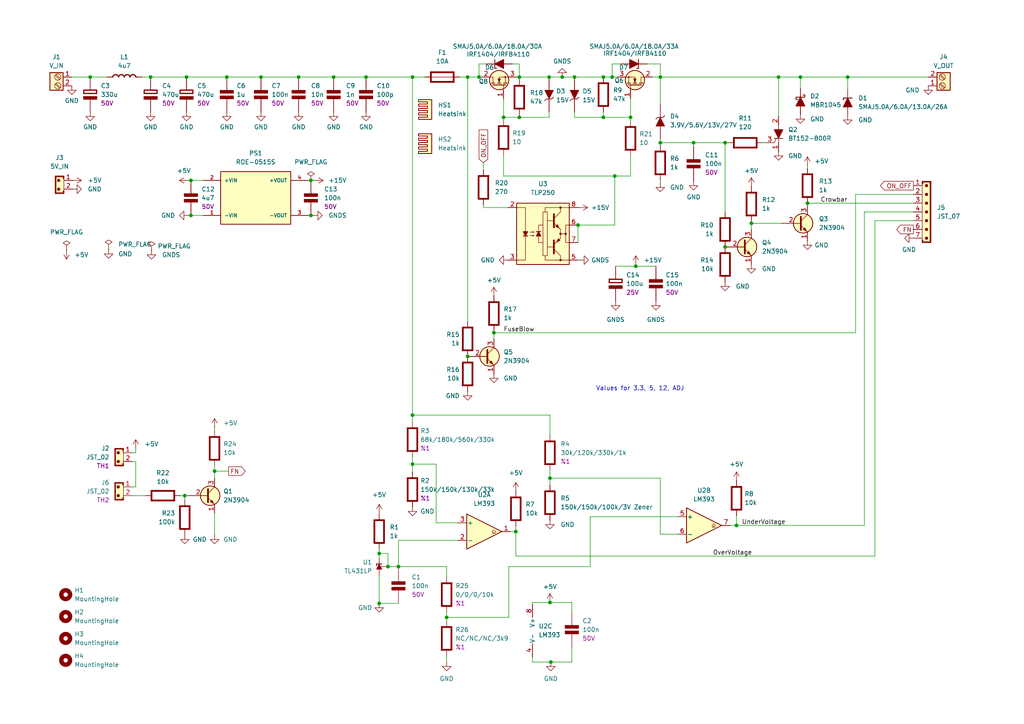
<source format=kicad_sch>
(kicad_sch (version 20250114) (generator "eeschema") (generator_version "9.0")
  (paper "A4")
  (title_block (title "Protection") (date "2025-08-24") (rev "1.0") (company "Golden Horn") (comment 1 "Aykut ÖZDEMİR"))
  (text "Values for 3.3, 5, 12, ADJ\n" (at 185.674 112.776 0) (effects (font (size 1.27 1.27))))
  (junction (at 159.512 138.684))
  (junction (at 55.372 52.324))
  (junction (at 178.308 51.054))
  (junction (at 26.162 22.352))
  (junction (at 177.546 22.352))
  (junction (at 217.932 64.77))
  (junction (at 191.516 22.352))
  (junction (at 54.102 22.352))
  (junction (at 53.594 143.764))
  (junction (at 112.522 164.338))
  (junction (at 149.606 154.178))
  (junction (at 75.692 22.352))
  (junction (at 175.006 22.352))
  (junction (at 225.806 22.352))
  (junction (at 159.766 192.024))
  (junction (at 146.05 34.036))
  (junction (at 129.54 179.07))
  (junction (at 234.188 58.928))
  (junction (at 184.404 77.216))
  (junction (at 115.57 164.338))
  (junction (at 166.624 22.352))
  (junction (at 96.774 22.352))
  (junction (at 62.23 136.652))
  (junction (at 135.636 103.378))
  (junction (at 109.982 160.528))
  (junction (at 182.88 34.036))
  (junction (at 119.634 134.62))
  (junction (at 143.256 96.52))
  (junction (at 159.258 22.352))
  (junction (at 90.17 62.484))
  (junction (at 109.982 175.006))
  (junction (at 167.64 65.278))
  (junction (at 119.634 120.396))
  (junction (at 65.786 22.352))
  (junction (at 245.872 22.352))
  (junction (at 150.622 34.036))
  (junction (at 191.516 41.402))
  (junction (at 90.17 52.324))
  (junction (at 55.372 62.484))
  (junction (at 159.512 174.752))
  (junction (at 135.636 22.352))
  (junction (at 43.688 22.352))
  (junction (at 106.172 22.352))
  (junction (at 175.006 34.036))
  (junction (at 163.068 22.352))
  (junction (at 201.168 41.402))
  (junction (at 210.312 41.402))
  (junction (at 210.312 71.628))
  (junction (at 213.614 152.4))
  (junction (at 138.938 22.352))
  (junction (at 150.622 22.352))
  (junction (at 86.614 22.352))
  (junction (at 119.634 22.352))
  (junction (at 232.156 22.352))
  (wire (pts (xy 154.432 190.5) (xy 154.432 192.024)))
  (wire (pts (xy 163.068 22.352) (xy 166.624 22.352)))
  (wire (pts (xy 150.622 18.542) (xy 150.622 22.352)))
  (wire (pts (xy 39.37 133.858) (xy 39.37 141.224)))
  (wire (pts (xy 167.64 75.438) (xy 168.148 75.438)))
  (wire (pts (xy 211.836 152.4) (xy 213.614 152.4)))
  (wire (pts (xy 178.562 77.216) (xy 184.404 77.216)))
  (wire (pts (xy 182.88 34.036) (xy 182.88 35.052)))
  (wire (pts (xy 129.54 190.246) (xy 129.54 192.024)))
  (wire (pts (xy 150.622 33.274) (xy 150.622 34.036)))
  (wire (pts (xy 154.432 174.752) (xy 159.512 174.752)))
  (wire (pts (xy 109.982 175.006) (xy 109.982 166.878)))
  (wire (pts (xy 62.23 155.194) (xy 62.23 148.844)))
  (wire (pts (xy 167.64 60.198) (xy 167.894 60.198)))
  (wire (pts (xy 165.862 174.752) (xy 165.862 177.546)))
  (wire (pts (xy 150.622 34.036) (xy 159.258 34.036)))
  (wire (pts (xy 159.258 32.512) (xy 159.258 34.036)))
  (wire (pts (xy 115.57 156.718) (xy 115.57 164.338)))
  (wire (pts (xy 146.05 28.702) (xy 146.05 34.036)))
  (wire (pts (xy 221.234 41.402) (xy 221.996 41.402)))
  (wire (pts (xy 213.614 152.4) (xy 250.698 152.4)))
  (wire (pts (xy 191.516 53.086) (xy 191.516 52.324)))
  (wire (pts (xy 115.57 164.338) (xy 129.54 164.338)))
  (wire (pts (xy 65.786 22.352) (xy 75.692 22.352)))
  (wire (pts (xy 159.512 138.684) (xy 159.512 140.716)))
  (wire (pts (xy 191.516 154.94) (xy 196.596 154.94)))
  (wire (pts (xy 31.496 72.39) (xy 31.496 72.136)))
  (wire (pts (xy 90.17 52.324) (xy 89.408 52.324)))
  (wire (pts (xy 178.308 51.054) (xy 146.05 51.054)))
  (wire (pts (xy 150.622 34.036) (xy 146.05 34.036)))
  (wire (pts (xy 201.168 41.402) (xy 210.312 41.402)))
  (wire (pts (xy 143.256 96.52) (xy 248.158 96.52)))
  (wire (pts (xy 191.516 138.684) (xy 191.516 154.94)))
  (wire (pts (xy 234.188 48.768) (xy 234.188 48.006)))
  (wire (pts (xy 166.624 34.036) (xy 175.006 34.036)))
  (wire (pts (xy 26.162 22.352) (xy 20.828 22.352)))
  (wire (pts (xy 26.162 22.352) (xy 30.988 22.352)))
  (wire (pts (xy 177.546 18.542) (xy 177.546 22.352)))
  (wire (pts (xy 62.23 136.652) (xy 66.294 136.652)))
  (wire (pts (xy 250.698 61.468) (xy 250.698 152.4)))
  (wire (pts (xy 143.256 96.012) (xy 143.256 96.52)))
  (wire (pts (xy 133.35 22.352) (xy 135.636 22.352)))
  (wire (pts (xy 189.23 22.352) (xy 191.516 22.352)))
  (wire (pts (xy 109.982 148.844) (xy 109.982 149.098)))
  (wire (pts (xy 232.156 25.654) (xy 232.156 22.352)))
  (wire (pts (xy 253.746 64.008) (xy 264.922 64.008)))
  (wire (pts (xy 132.842 156.718) (xy 115.57 156.718)))
  (wire (pts (xy 182.88 34.036) (xy 182.88 28.702)))
  (wire (pts (xy 178.308 65.278) (xy 178.308 51.054)))
  (wire (pts (xy 167.64 65.278) (xy 178.308 65.278)))
  (wire (pts (xy 135.636 22.352) (xy 135.636 93.218)))
  (wire (pts (xy 140.97 18.542) (xy 138.938 18.542)))
  (wire (pts (xy 53.594 143.764) (xy 52.324 143.764)))
  (wire (pts (xy 39.37 141.224) (xy 38.354 141.224)))
  (wire (pts (xy 159.766 192.024) (xy 154.432 192.024)))
  (wire (pts (xy 129.54 177.546) (xy 129.54 179.07)))
  (wire (pts (xy 159.512 126.238) (xy 159.512 120.396)))
  (wire (pts (xy 245.872 25.908) (xy 245.872 22.352)))
  (wire (pts (xy 119.634 120.396) (xy 159.512 120.396)))
  (wire (pts (xy 149.606 152.654) (xy 149.606 154.178)))
  (wire (pts (xy 182.88 45.212) (xy 182.88 51.054)))
  (wire (pts (xy 119.634 22.352) (xy 123.19 22.352)))
  (wire (pts (xy 213.614 149.606) (xy 213.614 152.4)))
  (wire (pts (xy 182.88 51.054) (xy 178.308 51.054)))
  (wire (pts (xy 191.516 22.352) (xy 191.516 30.226)))
  (wire (pts (xy 154.432 175.26) (xy 154.432 174.752)))
  (wire (pts (xy 109.982 160.528) (xy 109.982 161.798)))
  (wire (pts (xy 171.196 149.86) (xy 171.196 164.338)))
  (wire (pts (xy 75.692 22.352) (xy 86.614 22.352)))
  (wire (pts (xy 42.164 143.764) (xy 38.354 143.764)))
  (wire (pts (xy 232.156 22.352) (xy 245.872 22.352)))
  (wire (pts (xy 234.188 58.928) (xy 264.922 58.928)))
  (wire (pts (xy 119.634 132.588) (xy 119.634 134.62)))
  (wire (pts (xy 150.622 22.352) (xy 159.258 22.352)))
  (wire (pts (xy 167.64 65.278) (xy 167.64 70.358)))
  (wire (pts (xy 140.208 47.244) (xy 140.208 49.276)))
  (wire (pts (xy 143.256 96.52) (xy 143.256 98.298)))
  (wire (pts (xy 55.372 62.484) (xy 58.928 62.484)))
  (wire (pts (xy 165.862 187.706) (xy 165.862 192.024)))
  (wire (pts (xy 264.922 56.388) (xy 248.158 56.388)))
  (wire (pts (xy 39.37 131.318) (xy 38.354 131.318)))
  (wire (pts (xy 149.86 22.352) (xy 150.622 22.352)))
  (wire (pts (xy 90.17 62.484) (xy 89.408 62.484)))
  (wire (pts (xy 62.23 136.652) (xy 62.23 138.684)))
  (wire (pts (xy 248.158 56.388) (xy 248.158 96.52)))
  (wire (pts (xy 112.522 160.528) (xy 109.982 160.528)))
  (wire (pts (xy 210.312 41.402) (xy 211.074 41.402)))
  (wire (pts (xy 19.304 72.644) (xy 19.304 72.39)))
  (wire (pts (xy 165.862 192.024) (xy 159.766 192.024)))
  (wire (pts (xy 184.404 76.708) (xy 184.404 77.216)))
  (wire (pts (xy 148.59 18.542) (xy 150.622 18.542)))
  (wire (pts (xy 159.512 136.398) (xy 159.512 138.684)))
  (wire (pts (xy 132.842 151.638) (xy 126.492 151.638)))
  (wire (pts (xy 225.806 22.352) (xy 232.156 22.352)))
  (wire (pts (xy 217.932 64.262) (xy 217.932 64.77)))
  (wire (pts (xy 217.932 64.77) (xy 226.568 64.77)))
  (wire (pts (xy 39.37 130.048) (xy 39.37 131.318)))
  (wire (pts (xy 148.082 154.178) (xy 149.606 154.178)))
  (wire (pts (xy 146.05 51.054) (xy 146.05 44.958)))
  (wire (pts (xy 109.982 159.258) (xy 109.982 160.528)))
  (wire (pts (xy 138.938 18.542) (xy 138.938 22.352)))
  (wire (pts (xy 149.606 154.178) (xy 149.606 161.29)))
  (wire (pts (xy 191.516 41.402) (xy 191.516 42.164)))
  (wire (pts (xy 196.596 149.86) (xy 171.196 149.86)))
  (wire (pts (xy 166.624 22.352) (xy 175.006 22.352)))
  (wire (pts (xy 149.606 161.29) (xy 253.746 161.29)))
  (wire (pts (xy 253.746 64.008) (xy 253.746 161.29)))
  (wire (pts (xy 217.932 64.77) (xy 217.932 66.548)))
  (wire (pts (xy 191.516 41.402) (xy 191.516 40.386)))
  (wire (pts (xy 96.774 22.352) (xy 106.172 22.352)))
  (wire (pts (xy 126.492 151.638) (xy 126.492 134.62)))
  (wire (pts (xy 115.57 175.006) (xy 109.982 175.006)))
  (wire (pts (xy 180.086 18.542) (xy 177.546 18.542)))
  (wire (pts (xy 54.61 52.324) (xy 55.372 52.324)))
  (wire (pts (xy 147.574 164.338) (xy 171.196 164.338)))
  (wire (pts (xy 54.61 62.484) (xy 55.372 62.484)))
  (wire (pts (xy 210.312 41.402) (xy 210.312 61.468)))
  (wire (pts (xy 129.54 179.07) (xy 129.54 180.086)))
  (wire (pts (xy 138.938 22.352) (xy 139.7 22.352)))
  (wire (pts (xy 159.512 174.752) (xy 165.862 174.752)))
  (wire (pts (xy 54.102 22.352) (xy 65.786 22.352)))
  (wire (pts (xy 225.806 33.782) (xy 225.806 22.352)))
  (wire (pts (xy 159.258 22.352) (xy 163.068 22.352)))
  (wire (pts (xy 191.516 18.542) (xy 191.516 22.352)))
  (wire (pts (xy 234.188 58.928) (xy 234.188 59.69)))
  (wire (pts (xy 191.516 22.352) (xy 225.806 22.352)))
  (wire (pts (xy 175.006 22.352) (xy 177.546 22.352)))
  (wire (pts (xy 90.932 62.484) (xy 90.17 62.484)))
  (wire (pts (xy 91.186 52.324) (xy 90.17 52.324)))
  (wire (pts (xy 112.522 164.338) (xy 115.57 164.338)))
  (wire (pts (xy 119.634 134.62) (xy 119.634 136.906)))
  (wire (pts (xy 147.574 164.338) (xy 147.574 179.07)))
  (wire (pts (xy 119.634 120.396) (xy 119.634 122.428)))
  (wire (pts (xy 112.522 164.338) (xy 112.522 160.528)))
  (wire (pts (xy 147.574 179.07) (xy 129.54 179.07)))
  (wire (pts (xy 54.61 143.764) (xy 53.594 143.764)))
  (wire (pts (xy 166.624 32.512) (xy 166.624 34.036)))
  (wire (pts (xy 129.54 167.386) (xy 129.54 164.338)))
  (wire (pts (xy 55.372 52.324) (xy 58.928 52.324)))
  (wire (pts (xy 250.698 61.468) (xy 264.922 61.468)))
  (wire (pts (xy 106.172 22.352) (xy 119.634 22.352)))
  (wire (pts (xy 41.148 22.352) (xy 43.688 22.352)))
  (wire (pts (xy 119.634 22.352) (xy 119.634 120.396)))
  (wire (pts (xy 62.23 135.128) (xy 62.23 136.652)))
  (wire (pts (xy 187.706 18.542) (xy 191.516 18.542)))
  (wire (pts (xy 175.006 32.512) (xy 175.006 34.036)))
  (wire (pts (xy 201.168 41.402) (xy 201.168 42.418)))
  (wire (pts (xy 126.492 134.62) (xy 119.634 134.62)))
  (wire (pts (xy 191.516 41.402) (xy 201.168 41.402)))
  (wire (pts (xy 140.208 60.198) (xy 147.32 60.198)))
  (wire (pts (xy 140.208 60.198) (xy 140.208 59.436)))
  (wire (pts (xy 177.546 22.352) (xy 179.07 22.352)))
  (wire (pts (xy 53.594 143.764) (xy 53.594 145.034)))
  (wire (pts (xy 245.872 22.352) (xy 269.24 22.352)))
  (wire (pts (xy 62.23 123.952) (xy 62.23 124.968)))
  (wire (pts (xy 135.636 22.352) (xy 138.938 22.352)))
  (wire (pts (xy 184.404 77.216) (xy 190.246 77.216)))
  (wire (pts (xy 146.05 34.036) (xy 146.05 34.798)))
  (wire (pts (xy 150.622 22.352) (xy 150.622 23.114)))
  (wire (pts (xy 86.614 22.352) (xy 96.774 22.352)))
  (wire (pts (xy 43.688 22.352) (xy 54.102 22.352)))
  (wire (pts (xy 39.37 133.858) (xy 38.354 133.858)))
  (wire (pts (xy 115.57 164.846) (xy 115.57 164.338)))
  (wire (pts (xy 175.006 34.036) (xy 182.88 34.036)))
  (wire (pts (xy 159.512 138.684) (xy 191.516 138.684)))
  (label "FuseBlow" (at 146.05 96.52 0))
  (label "UnderVoltage" (at 215.138 152.4 0))
  (label "OverVoltage" (at 206.756 161.29 0))
  (label "Crowbar" (at 237.998 58.928 0))
  (global_label "ON_OFF" (shape output) (at 264.922 53.848 180) (property "Intersheetrefs" "${INTERSHEET_REFS}" (effects (hide yes))))
  (global_label "FN" (shape output) (at 264.922 66.548 180) (property "Intersheetrefs" "${INTERSHEET_REFS}" (effects (hide yes))))
  (global_label "FN" (shape output) (at 66.294 136.652 0) (property "Intersheetrefs" "${INTERSHEET_REFS}" (effects (hide yes))))
  (global_label "ON_OFF" (shape input) (at 140.208 47.244 90) (property "Intersheetrefs" "${INTERSHEET_REFS}" (effects (hide yes))))
  (symbol (lib_id "Reference_Voltage:TL431LP") (at 109.982 164.338 270) (mirror x) (unit 1)
    (property "Reference" "U1" (at 107.95 163.0679 90) (effects (justify right)))
    (property "Value" "TL431LP" (at 107.95 165.6079 90) (effects (justify right)))
    (property "Footprint" "Package_TO_SOT_THT:TO-92_Inline" (effects (hide yes)))
    (property "Datasheet" "http://www.ti.com/lit/ds/symlink/tl431.pdf" (effects (hide yes)))
    (property "Description" "Shunt Regulator, TO-92" (effects (hide yes)))
  )
  (symbol (lib_id "power:GNDS") (at 168.148 75.438 90) (unit 1)
    (property "Reference" "#PWR036" (effects (hide yes)))
    (property "Value" "GNDS" (at 171.45 75.4379 90) (effects (justify right)))
    (property "Description" "Power symbol creates a global label with name \"GNDS\" , signal ground" (effects (hide yes)))
  )
  (symbol (lib_id "power:GND") (at 135.636 113.538 0) (unit 1)
    (property "Reference" "#PWR033" (effects (hide yes)))
    (property "Value" "GND" (at 133.35 114.8079 0) (effects (justify right)))
    (property "Description" "Power symbol creates a global label with name \"GND\" , ground" (effects (hide yes)))
  )
  (symbol (lib_id "PCM_Elektuur:R") (at 213.614 144.526 0) (unit 1)
    (property "Reference" "R8" (at 215.9 143.2559 0) (effects (justify left)))
    (property "Value" "10k" (at 215.9 145.7959 0) (effects (justify left)))
    (property "Footprint" "Resistor_THT:R_Axial_DIN0207_L6.3mm_D2.5mm_P10.16mm_Horizontal" (effects (hide yes)))
    (property "Description" "resistor" (effects (hide yes)))
    (property "Indicator" "+" (effects (hide yes)))
    (property "Rating" "%1" (effects (hide yes)))
  )
  (symbol (lib_id "PCM_Transistor_BJT_AKL:2N3904") (at 59.69 143.764 0) (unit 1)
    (property "Reference" "Q1" (at 64.77 142.4939 0) (effects (justify left)))
    (property "Value" "2N3904" (at 64.77 145.0339 0) (effects (justify left)))
    (property "Footprint" "PCM_Package_TO_SOT_THT_AKL:TO-92_Inline_Wide_EBC" (effects (hide yes)))
    (property "Datasheet" "https://www.tme.eu/Document/12bff749841e3a356e683e9a8e7e4119/2N3904BU-DTE.pdf" (effects (hide yes)))
    (property "Description" "NPN TO-92 transistor, 40V, 200mA, 625mW, Complementary to 2N3906, Alternate KiCAD Library" (effects (hide yes)))
  )
  (symbol (lib_id "power:GND") (at 54.102 32.512 0) (unit 1)
    (property "Reference" "#PWR016" (effects (hide yes)))
    (property "Value" "GND" (at 54.102 36.83 0))
    (property "Description" "Power symbol creates a global label with name \"GND\" , ground" (effects (hide yes)))
  )
  (symbol (lib_id "power:+5V") (at 159.512 174.752 0) (unit 1)
    (property "Reference" "#PWR06" (effects (hide yes)))
    (property "Value" "+5V" (at 159.512 170.18 0))
    (property "Description" "Power symbol creates a global label with name \"+5V\"" (effects (hide yes)))
  )
  (symbol (lib_id "power:GND") (at 201.168 52.578 0) (unit 1)
    (property "Reference" "#PWR025" (effects (hide yes)))
    (property "Value" "GND" (at 201.168 57.15 0))
    (property "Description" "Power symbol creates a global label with name \"GND\" , ground" (effects (hide yes)))
  )
  (symbol (lib_id "power:GND") (at 65.786 32.512 0) (unit 1)
    (property "Reference" "#PWR017" (effects (hide yes)))
    (property "Value" "GND" (at 65.786 36.83 0))
    (property "Description" "Power symbol creates a global label with name \"GND\" , ground" (effects (hide yes)))
  )
  (symbol (lib_id "PCM_4ms_Power-symbol:PWR_FLAG") (at 19.304 72.39 0) (unit 1)
    (property "Reference" "#FLG01" (effects (hide yes)))
    (property "Value" "PWR_FLAG" (at 19.304 67.31 0))
  )
  (symbol (lib_id "Comparator:LM393") (at 204.216 152.4 0) (unit 2)
    (property "Reference" "U2" (at 204.216 142.24 0))
    (property "Value" "LM393" (at 204.216 144.78 0))
    (property "Footprint" "PCM_Package_DIP_AKL:DIP-8_W7.62mm_Socket" (effects (hide yes)))
    (property "Datasheet" "http://www.ti.com/lit/ds/symlink/lm393.pdf" (effects (hide yes)))
    (property "Description" "Low-Power, Low-Offset Voltage, Dual Comparators, DIP-8/SOIC-8/TO-99-8" (effects (hide yes)))
  )
  (symbol (lib_id "power:GND") (at 62.23 155.194 0) (unit 1)
    (property "Reference" "#PWR050" (effects (hide yes)))
    (property "Value" "GND" (at 64.77 156.4639 0) (effects (justify left)))
    (property "Description" "Power symbol creates a global label with name \"GND\" , ground" (effects (hide yes)))
  )
  (symbol (lib_id "power:GNDS") (at 90.932 62.484 90) (unit 1)
    (property "Reference" "#PWR042" (effects (hide yes)))
    (property "Value" "GNDS" (at 95.25 62.4839 90) (effects (justify right)))
    (property "Description" "Power symbol creates a global label with name \"GNDS\" , signal ground" (effects (hide yes)))
  )
  (symbol (lib_id "PCM_SL_Connectors:JST_02") (at 34.544 132.588 0) (mirror y) (unit 1)
    (property "Reference" "J2" (at 31.75 130.0479 0) (effects (justify left)))
    (property "Value" "JST_02" (at 31.75 132.5879 0) (effects (justify left)))
    (property "Footprint" "Connector_JST:JST_EH_B2B-EH-A_1x02_P2.50mm_Vertical" (effects (hide yes)))
    (property "Description" "TH1" (at 31.75 135.1279 0) (effects (justify left)))
  )
  (symbol (lib_id "ROE-0515S:ROE-0515S") (at 74.168 57.404 0) (unit 1)
    (property "Reference" "PS1" (at 74.168 44.45 0))
    (property "Value" "ROE-0515S" (at 74.168 46.99 0))
    (property "Footprint" "Isolation_Trafo:CONV_ROE-0515S" (effects (hide yes)))
    (property "MF" "Recom Power" (effects (hide yes)))
    (property "MAXIMUM_PACKAGE_HEIGHT" "10.00mm" (effects (hide yes)))
    (property "Package" "SIP-4 Recom Power" (effects (hide yes)))
    (property "Price" "None" (effects (hide yes)))
    (property "Check_prices" "https://www.snapeda.com/parts/ROE-0515S/Recom+Power/view-part/?ref=eda" (effects (hide yes)))
    (property "STANDARD" "Manufacturer Recommendations" (effects (hide yes)))
    (property "PARTREV" "5" (effects (hide yes)))
    (property "SnapEDA_Link" "https://www.snapeda.com/parts/ROE-0515S/Recom+Power/view-part/?ref=snap" (effects (hide yes)))
    (property "MP" "ROE-0515S" (effects (hide yes)))
    (property "Description_1" "1W DC/DC-Converter 'ECONOLINE' SIP4 1kV unreg" (effects (hide yes)))
    (property "Availability" "In Stock" (effects (hide yes)))
    (property "MANUFACTURER" "RECOM" (effects (hide yes)))
  )
  (symbol (lib_id "PCM_Elektuur:R") (at 129.54 185.166 0) (unit 1)
    (property "Reference" "R26" (at 132.08 182.6259 0) (effects (justify left)))
    (property "Value" "NC/NC/NC/3k9" (at 132.08 185.1659 0) (effects (justify left)))
    (property "Footprint" "Resistor_THT:R_Axial_DIN0207_L6.3mm_D2.5mm_P10.16mm_Horizontal" (effects (hide yes)))
    (property "Description" "resistor" (effects (hide yes)))
    (property "Indicator" "+" (effects (hide yes)))
    (property "Rating" "%1" (at 132.08 187.7059 0) (effects (justify left)))
  )
  (symbol (lib_id "power:GND") (at 191.516 53.086 0) (unit 1)
    (property "Reference" "#PWR024" (effects (hide yes)))
    (property "Value" "GND" (at 194.31 54.3559 0) (effects (justify left)))
    (property "Description" "Power symbol creates a global label with name \"GND\" , ground" (effects (hide yes)))
  )
  (symbol (lib_id "power:GND") (at 245.872 33.528 0) (unit 1)
    (property "Reference" "#PWR022" (effects (hide yes)))
    (property "Value" "GND" (at 248.92 34.7979 0) (effects (justify left)))
    (property "Description" "Power symbol creates a global label with name \"GND\" , ground" (effects (hide yes)))
  )
  (symbol (lib_id "power:GND") (at 53.594 155.194 0) (unit 1)
    (property "Reference" "#PWR049" (effects (hide yes)))
    (property "Value" "GND" (at 55.88 156.4639 0) (effects (justify left)))
    (property "Description" "Power symbol creates a global label with name \"GND\" , ground" (effects (hide yes)))
  )
  (symbol (lib_id "PCM_Elektuur:C") (at 90.17 57.404 0) (unit 1)
    (property "Reference" "C13" (at 93.98 54.8639 0) (effects (justify left)))
    (property "Value" "100n" (at 93.98 57.4039 0) (effects (justify left)))
    (property "Footprint" "Capacitor_THT:C_Disc_D5.0mm_W2.5mm_P5.00mm" (effects (hide yes)))
    (property "Description" "capacitor, non-polarized/bipolar" (effects (hide yes)))
    (property "Indicator" "+" (effects (hide yes)))
    (property "Rating" "50V" (at 93.98 59.9439 0) (effects (justify left)))
  )
  (symbol (lib_id "Mechanical:Heatsink") (at 125.222 41.656 90) (unit 1)
    (property "Reference" "HS2" (at 127 40.3986 90) (effects (justify right)))
    (property "Value" "Heatsink" (at 127 42.9386 90) (effects (justify right)))
    (property "Footprint" "Power_Module_Library:TO-220_Heatsink" (effects (hide yes)))
    (property "Description" "Heatsink" (effects (hide yes)))
  )
  (symbol (lib_id "Mechanical:MountingHole") (at 19.05 191.516 0) (unit 1) (in_bom no)
    (property "Reference" "H4" (at 21.59 190.2459 0) (effects (justify left)))
    (property "Value" "MountingHole" (at 21.59 192.7859 0) (effects (justify left)))
    (property "Footprint" "MountingHole:MountingHole_3.2mm_M3_DIN965" (effects (hide yes)))
    (property "Description" "Mounting Hole without connection" (effects (hide yes)))
  )
  (symbol (lib_id "power:GND") (at 264.922 69.088 270) (unit 1)
    (property "Reference" "#PWR032" (effects (hide yes)))
    (property "Value" "GND" (at 263.652 72.39 90))
    (property "Description" "Power symbol creates a global label with name \"GND\" , ground" (effects (hide yes)))
  )
  (symbol (lib_id "PCM_Elektuur:R") (at 119.634 127.508 0) (unit 1)
    (property "Reference" "R3" (at 121.92 124.9679 0) (effects (justify left)))
    (property "Value" "68k/180k/560k/330k" (at 121.92 127.5079 0) (effects (justify left)))
    (property "Footprint" "Resistor_THT:R_Axial_DIN0207_L6.3mm_D2.5mm_P10.16mm_Horizontal" (effects (hide yes)))
    (property "Description" "resistor" (effects (hide yes)))
    (property "Indicator" "+" (effects (hide yes)))
    (property "Rating" "%1" (at 121.92 130.0479 0) (effects (justify left)))
  )
  (symbol (lib_id "Mechanical:MountingHole") (at 19.05 172.466 0) (unit 1) (in_bom no)
    (property "Reference" "H1" (at 21.59 171.1959 0) (effects (justify left)))
    (property "Value" "MountingHole" (at 21.59 173.7359 0) (effects (justify left)))
    (property "Footprint" "MountingHole:MountingHole_3.2mm_M3_DIN965" (effects (hide yes)))
    (property "Description" "Mounting Hole without connection" (effects (hide yes)))
  )
  (symbol (lib_id "PCM_Elektuur:R") (at 210.312 76.708 0) (unit 1)
    (property "Reference" "R14" (at 207.01 75.4379 0) (effects (justify right)))
    (property "Value" "10k" (at 207.01 77.9779 0) (effects (justify right)))
    (property "Footprint" "Resistor_THT:R_Axial_DIN0207_L6.3mm_D2.5mm_P10.16mm_Horizontal" (effects (hide yes)))
    (property "Description" "resistor" (effects (hide yes)))
    (property "Indicator" "+" (effects (hide yes)))
  )
  (symbol (lib_id "PCM_Elektuur:R") (at 234.188 53.848 0) (unit 1)
    (property "Reference" "R13" (at 237.49 52.5779 0) (effects (justify left)))
    (property "Value" "1k" (at 237.49 55.1179 0) (effects (justify left)))
    (property "Footprint" "Resistor_THT:R_Axial_DIN0207_L6.3mm_D2.5mm_P10.16mm_Horizontal" (effects (hide yes)))
    (property "Description" "resistor" (effects (hide yes)))
    (property "Indicator" "+" (effects (hide yes)))
  )
  (symbol (lib_id "power:GND") (at 217.932 76.708 0) (unit 1)
    (property "Reference" "#PWR029" (effects (hide yes)))
    (property "Value" "GND" (at 220.98 77.9779 0) (effects (justify left)))
    (property "Description" "Power symbol creates a global label with name \"GND\" , ground" (effects (hide yes)))
  )
  (symbol (lib_id "PCM_Elektuur:R") (at 150.622 28.194 0) (unit 1)
    (property "Reference" "R18" (at 153.67 26.9239 0) (effects (justify left)))
    (property "Value" "47k" (at 153.67 29.4639 0) (effects (justify left)))
    (property "Footprint" "Resistor_THT:R_Axial_DIN0207_L6.3mm_D2.5mm_P10.16mm_Horizontal" (effects (hide yes)))
    (property "Description" "resistor" (effects (hide yes)))
    (property "Indicator" "+" (effects (hide yes)))
  )
  (symbol (lib_id "PCM_Elektuur:C") (at 55.372 57.404 0) (unit 1)
    (property "Reference" "C12" (at 58.42 54.8639 0) (effects (justify left)))
    (property "Value" "4u7" (at 58.42 57.4039 0) (effects (justify left)))
    (property "Footprint" "Capacitor_SMD:C_1206_3216Metric_Pad1.33x1.80mm_HandSolder" (effects (hide yes)))
    (property "Description" "capacitor, non-polarized/bipolar" (effects (hide yes)))
    (property "Indicator" "+" (effects (hide yes)))
    (property "Rating" "50V" (at 58.42 59.9439 0) (effects (justify left)))
  )
  (symbol (lib_id "PCM_Diode_TVS_AKL:SMAJ5.0A") (at 183.896 18.542 0) (mirror x) (unit 1)
    (property "Reference" "D7" (at 180.848 19.558 0))
    (property "Value" "SMAJ5.0A/6.0A/18.0A/33A" (at 183.896 13.462 0))
    (property "Footprint" "PCM_Diode_SMD_AKL:D_SMA" (effects (hide yes)))
    (property "Datasheet" "https://www.tme.eu/Document/dbc72d81c249fe51b6ab42300e8e06d0/SMAJ_ser.pdf" (effects (hide yes)))
    (property "Description" "SMA Unidirectional TVS diode, 5V, 400W, Alternate KiCAD Library" (effects (hide yes)))
  )
  (symbol (lib_id "PCM_Elektuur:C") (at 65.786 27.432 0) (unit 1)
    (property "Reference" "C6" (at 68.58 24.8919 0) (effects (justify left)))
    (property "Value" "1u" (at 68.58 27.4319 0) (effects (justify left)))
    (property "Footprint" "Capacitor_THT:C_Disc_D5.0mm_W2.5mm_P5.00mm" (effects (hide yes)))
    (property "Description" "capacitor, non-polarized/bipolar" (effects (hide yes)))
    (property "Indicator" "+" (effects (hide yes)))
    (property "Rating" "50V" (at 68.58 29.9719 0) (effects (justify left)))
  )
  (symbol (lib_id "PCM_SL_Connectors:JST_02") (at 17.272 53.594 0) (mirror y) (unit 1)
    (property "Reference" "J3" (at 17.272 45.72 0))
    (property "Value" "5V_IN" (at 17.272 48.26 0))
    (property "Footprint" "Connector_JST:JST_XH_B2B-XH-A_1x02_P2.50mm_Vertical" (effects (hide yes)))
    (property "Description" "JST Connector  2 pins" (effects (hide yes)))
  )
  (symbol (lib_id "PCM_Elektuur:R") (at 182.88 40.132 0) (unit 1)
    (property "Reference" "R21" (at 185.42 38.8619 0) (effects (justify left)))
    (property "Value" "10" (at 185.42 41.4019 0) (effects (justify left)))
    (property "Footprint" "Resistor_THT:R_Axial_DIN0207_L6.3mm_D2.5mm_P10.16mm_Horizontal" (effects (hide yes)))
    (property "Description" "resistor" (effects (hide yes)))
    (property "Indicator" "+" (effects (hide yes)))
  )
  (symbol (lib_id "PCM_Elektuur:R") (at 159.512 145.796 0) (unit 1)
    (property "Reference" "R5" (at 162.56 144.5259 0) (effects (justify left)))
    (property "Value" "150k/150k/100k/3V Zener" (at 162.56 147.0659 0) (effects (justify left)))
    (property "Footprint" "Resistor_THT:R_Axial_DIN0207_L6.3mm_D2.5mm_P10.16mm_Horizontal" (effects (hide yes)))
    (property "Description" "resistor" (effects (hide yes)))
    (property "Indicator" "+" (effects (hide yes)))
    (property "Rating" "%1" (effects (hide yes)))
  )
  (symbol (lib_id "power:+5V") (at 149.606 142.494 0) (unit 1)
    (property "Reference" "#PWR011" (effects (hide yes)))
    (property "Value" "+5V" (at 149.606 137.16 0))
    (property "Description" "Power symbol creates a global label with name \"+5V\"" (effects (hide yes)))
  )
  (symbol (lib_id "power:GND") (at 232.156 33.274 0) (unit 1)
    (property "Reference" "#PWR023" (effects (hide yes)))
    (property "Value" "GND" (at 234.95 34.5439 0) (effects (justify left)))
    (property "Description" "Power symbol creates a global label with name \"GND\" , ground" (effects (hide yes)))
  )
  (symbol (lib_id "PCM_Elektuur:R") (at 140.208 54.356 180) (unit 1)
    (property "Reference" "R20" (at 143.51 53.0859 0) (effects (justify right)))
    (property "Value" "270" (at 143.51 55.6259 0) (effects (justify right)))
    (property "Footprint" "Resistor_THT:R_Axial_DIN0207_L6.3mm_D2.5mm_P10.16mm_Horizontal" (effects (hide yes)))
    (property "Description" "resistor" (effects (hide yes)))
    (property "Indicator" "+" (effects (hide yes)))
  )
  (symbol (lib_id "Mechanical:Heatsink") (at 125.222 31.75 90) (unit 1)
    (property "Reference" "HS1" (at 127 30.4926 90) (effects (justify right)))
    (property "Value" "Heatsink" (at 127 33.0326 90) (effects (justify right)))
    (property "Footprint" "Power_Module_Library:TO-220_Heatsink" (effects (hide yes)))
    (property "Description" "Heatsink" (effects (hide yes)))
  )
  (symbol (lib_id "PCM_Elektuur:R") (at 191.516 47.244 0) (unit 1)
    (property "Reference" "R6" (at 194.31 45.9739 0) (effects (justify left)))
    (property "Value" "1k" (at 194.31 48.5139 0) (effects (justify left)))
    (property "Footprint" "Resistor_THT:R_Axial_DIN0207_L6.3mm_D2.5mm_P10.16mm_Horizontal" (effects (hide yes)))
    (property "Description" "resistor" (effects (hide yes)))
    (property "Indicator" "+" (effects (hide yes)))
  )
  (symbol (lib_id "power:GND") (at 234.188 69.85 0) (unit 1)
    (property "Reference" "#PWR030" (effects (hide yes)))
    (property "Value" "GND" (at 236.22 71.1199 0) (effects (justify left)))
    (property "Description" "Power symbol creates a global label with name \"GND\" , ground" (effects (hide yes)))
  )
  (symbol (lib_id "PCM_Diode_TVS_AKL:SMAJ5.0A") (at 245.872 29.718 90) (unit 1)
    (property "Reference" "D1" (at 248.92 28.4479 90) (effects (justify right)))
    (property "Value" "SMAJ5.0A/6.0A/13.0A/26A" (at 248.92 30.9879 90) (effects (justify right)))
    (property "Footprint" "PCM_Diode_SMD_AKL:D_SMA" (effects (hide yes)))
    (property "Datasheet" "https://www.tme.eu/Document/dbc72d81c249fe51b6ab42300e8e06d0/SMAJ_ser.pdf" (effects (hide yes)))
    (property "Description" "SMA Unidirectional TVS diode, 5V, 400W, Alternate KiCAD Library" (effects (hide yes)))
  )
  (symbol (lib_id "Mechanical:MountingHole") (at 19.05 178.816 0) (unit 1) (in_bom no)
    (property "Reference" "H2" (at 21.59 177.5459 0) (effects (justify left)))
    (property "Value" "MountingHole" (at 21.59 180.0859 0) (effects (justify left)))
    (property "Footprint" "MountingHole:MountingHole_3.2mm_M3_DIN965" (effects (hide yes)))
    (property "Description" "Mounting Hole without connection" (effects (hide yes)))
  )
  (symbol (lib_id "PCM_SL_Screw_Terminal:Screw_Terminal_2_P5.00mm") (at 17.018 23.622 0) (mirror y) (unit 1)
    (property "Reference" "J1" (at 16.383 16.51 0))
    (property "Value" "V_IN" (at 16.383 19.05 0))
    (property "Footprint" "TerminalBlock_Phoenix:TerminalBlock_Phoenix_PT-1,5-2-5.0-H_1x02_P5.00mm_Horizontal" (effects (hide yes)))
  )
  (symbol (lib_id "power:+5V") (at 109.982 148.844 0) (unit 1)
    (property "Reference" "#PWR02" (effects (hide yes)))
    (property "Value" "+5V" (at 109.982 143.51 0))
    (property "Description" "Power symbol creates a global label with name \"+5V\"" (effects (hide yes)))
  )
  (symbol (lib_id "PCM_Elektuur:C") (at 86.614 27.432 0) (unit 1)
    (property "Reference" "C8" (at 90.17 24.8919 0) (effects (justify left)))
    (property "Value" "10n" (at 90.17 27.4319 0) (effects (justify left)))
    (property "Footprint" "Capacitor_THT:C_Disc_D5.0mm_W2.5mm_P5.00mm" (effects (hide yes)))
    (property "Description" "capacitor, non-polarized/bipolar" (effects (hide yes)))
    (property "Indicator" "+" (effects (hide yes)))
    (property "Rating" "50V" (at 90.17 29.9719 0) (effects (justify left)))
  )
  (symbol (lib_id "power:GND") (at 31.496 72.39 0) (unit 1)
    (property "Reference" "#PWR038" (effects (hide yes)))
    (property "Value" "GND" (at 34.29 73.6599 0) (effects (justify left)))
    (property "Description" "Power symbol creates a global label with name \"GND\" , ground" (effects (hide yes)))
  )
  (symbol (lib_id "power:GND") (at 159.766 192.024 0) (unit 1)
    (property "Reference" "#PWR05" (effects (hide yes)))
    (property "Value" "GND" (at 159.766 196.85 0))
    (property "Description" "Power symbol creates a global label with name \"GND\" , ground" (effects (hide yes)))
  )
  (symbol (lib_id "tinkerforge:ZENER") (at 191.516 35.306 270) (unit 1)
    (property "Reference" "D4" (at 194.31 33.7311 90) (effects (justify left)))
    (property "Value" "3.9V/5.6V/13V/27V" (at 194.31 36.2711 90) (effects (justify left)))
    (property "Footprint" "Diode_THT:D_DO-41_SOD81_P10.16mm_Horizontal" (effects (hide yes)))
    (property "Description" "Diode zener" (effects (hide yes)))
  )
  (symbol (lib_id "power:GND") (at 210.312 81.788 0) (unit 1)
    (property "Reference" "#PWR027" (effects (hide yes)))
    (property "Value" "GND" (at 213.36 83.0579 0) (effects (justify left)))
    (property "Description" "Power symbol creates a global label with name \"GND\" , ground" (effects (hide yes)))
  )
  (symbol (lib_id "power:+5V") (at 217.932 54.102 0) (unit 1)
    (property "Reference" "#PWR028" (effects (hide yes)))
    (property "Value" "+5V" (at 217.932 49.53 0))
    (property "Description" "Power symbol creates a global label with name \"+5V\"" (effects (hide yes)))
  )
  (symbol (lib_id "PCM_Elektuur:C-polar") (at 178.562 82.296 0) (unit 1)
    (property "Reference" "C14" (at 181.61 79.7559 0) (effects (justify left)))
    (property "Value" "100u" (at 181.61 82.2959 0) (effects (justify left)))
    (property "Footprint" "Capacitor_THT:CP_Radial_D5.0mm_P2.50mm" (effects (hide yes)))
    (property "Description" "capacitor, polar(ized)" (effects (hide yes)))
    (property "Indicator" "+" (effects (hide yes)))
    (property "Rating" "25V" (at 181.61 84.8359 0) (effects (justify left)))
  )
  (symbol (lib_id "PCM_Elektuur:C-polar") (at 43.688 27.432 0) (unit 1)
    (property "Reference" "C4" (at 46.99 24.8919 0) (effects (justify left)))
    (property "Value" "470u" (at 46.99 27.4319 0) (effects (justify left)))
    (property "Footprint" "Capacitor_THT:C_Radial_D10.0mm_H20.0mm_P5.00mm" (effects (hide yes)))
    (property "Description" "capacitor, polar(ized)" (effects (hide yes)))
    (property "Indicator" "+" (effects (hide yes)))
    (property "Rating" "50V" (at 46.99 29.9719 0) (effects (justify left)))
  )
  (symbol (lib_id "PCM_Transistor_BJT_AKL:2N3904") (at 231.648 64.77 0) (unit 1)
    (property "Reference" "Q3" (at 237.49 63.4999 0) (effects (justify left)))
    (property "Value" "2N3904" (at 237.49 66.0399 0) (effects (justify left)))
    (property "Footprint" "PCM_Package_TO_SOT_THT_AKL:TO-92_Inline_Wide_EBC" (effects (hide yes)))
    (property "Datasheet" "https://www.tme.eu/Document/12bff749841e3a356e683e9a8e7e4119/2N3904BU-DTE.pdf" (effects (hide yes)))
    (property "Description" "NPN TO-92 transistor, 40V, 200mA, 625mW, Complementary to 2N3906, Alternate KiCAD Library" (effects (hide yes)))
  )
  (symbol (lib_id "PCM_Thyristor_AKL:BT152-800R") (at 225.806 38.862 270) (unit 1)
    (property "Reference" "Q2" (at 228.6 37.5919 90) (effects (justify left)))
    (property "Value" "BT152-800R" (at 228.6 40.1319 90) (effects (justify left)))
    (property "Footprint" "PCM_Package_TO_SOT_THT_AKL:TO-220-3_Vertical_KAG" (effects (hide yes)))
    (property "Datasheet" "https://www.tme.eu/Document/b322df5c2adc23b72db3fe44c282b173/BT152-xxxR.pdf" (effects (hide yes)))
    (property "Description" "TO-220 Thyristor, Silicon controlled rectifier, 800V, 20A, Alternate KiCAD Library" (effects (hide yes)))
  )
  (symbol (lib_id "PCM_Elektuur:C") (at 201.168 47.498 0) (unit 1)
    (property "Reference" "C11" (at 204.47 44.9579 0) (effects (justify left)))
    (property "Value" "100n" (at 204.47 47.4979 0) (effects (justify left)))
    (property "Footprint" "Capacitor_THT:C_Disc_D5.0mm_W2.5mm_P5.00mm" (effects (hide yes)))
    (property "Description" "capacitor, non-polarized/bipolar" (effects (hide yes)))
    (property "Indicator" "+" (effects (hide yes)))
    (property "Rating" "50V" (at 204.47 50.0379 0) (effects (justify left)))
  )
  (symbol (lib_id "power:GND") (at 225.806 43.942 0) (unit 1)
    (property "Reference" "#PWR026" (effects (hide yes)))
    (property "Value" "GND" (at 228.6 45.2119 0) (effects (justify left)))
    (property "Description" "Power symbol creates a global label with name \"GND\" , ground" (effects (hide yes)))
  )
  (symbol (lib_id "PCM_Transistor_MOSFET_AKL:IRF1404") (at 184.15 24.892 270) (mirror x) (unit 1)
    (property "Reference" "Q6" (at 179.578 23.368 90))
    (property "Value" "IRF1404/IRFB4110" (at 184.15 15.494 90))
    (property "Footprint" "PCM_Package_TO_SOT_THT_AKL:TO-220-3_Vertical_GDS" (effects (hide yes)))
    (property "Datasheet" "https://www.tme.eu/Document/f47081c2fd8505f1b8af5060ab523f2c/irf1404.pdf" (effects (hide yes)))
    (property "Description" "TO-220 N-MOSFET enchancement mode transistor, 40V, 202A, 333W, Alternate KiCAD Library" (effects (hide yes)))
  )
  (symbol (lib_id "PCM_Elektuur:R") (at 159.512 131.318 0) (unit 1)
    (property "Reference" "R4" (at 162.56 128.7779 0) (effects (justify left)))
    (property "Value" "30k/120k/330k/1k" (at 162.56 131.3179 0) (effects (justify left)))
    (property "Footprint" "Resistor_THT:R_Axial_DIN0207_L6.3mm_D2.5mm_P10.16mm_Horizontal" (effects (hide yes)))
    (property "Description" "resistor" (effects (hide yes)))
    (property "Indicator" "+" (effects (hide yes)))
    (property "Rating" "%1" (at 162.56 133.8579 0) (effects (justify left)))
  )
  (symbol (lib_id "PCM_Elektuur:C-polar") (at 54.102 27.432 0) (unit 1)
    (property "Reference" "C5" (at 57.15 24.8919 0) (effects (justify left)))
    (property "Value" "470u" (at 57.15 27.4319 0) (effects (justify left)))
    (property "Footprint" "Capacitor_THT:C_Radial_D10.0mm_H20.0mm_P5.00mm" (effects (hide yes)))
    (property "Description" "capacitor, polar(ized)" (effects (hide yes)))
    (property "Indicator" "+" (effects (hide yes)))
    (property "Rating" "50V" (at 57.15 29.9719 0) (effects (justify left)))
  )
  (symbol (lib_id "PCM_Elektuur:C") (at 96.774 27.432 0) (unit 1)
    (property "Reference" "C9" (at 100.33 24.8919 0) (effects (justify left)))
    (property "Value" "1n" (at 100.33 27.4319 0) (effects (justify left)))
    (property "Footprint" "Capacitor_THT:C_Disc_D5.0mm_W2.5mm_P5.00mm" (effects (hide yes)))
    (property "Description" "capacitor, non-polarized/bipolar" (effects (hide yes)))
    (property "Indicator" "+" (effects (hide yes)))
    (property "Rating" "50V" (at 100.33 29.9719 0) (effects (justify left)))
  )
  (symbol (lib_id "PCM_Elektuur:R") (at 53.594 150.114 180) (unit 1)
    (property "Reference" "R23" (at 50.8 148.8439 0) (effects (justify left)))
    (property "Value" "100k" (at 50.8 151.3839 0) (effects (justify left)))
    (property "Footprint" "Resistor_THT:R_Axial_DIN0207_L6.3mm_D2.5mm_P10.16mm_Horizontal" (effects (hide yes)))
    (property "Description" "resistor" (effects (hide yes)))
    (property "Indicator" "+" (effects (hide yes)))
  )
  (symbol (lib_id "PCM_4ms_Power-symbol:PWR_FLAG") (at 90.17 52.324 0) (unit 1)
    (property "Reference" "#FLG03" (effects (hide yes)))
    (property "Value" "PWR_FLAG" (at 90.17 46.99 0))
  )
  (symbol (lib_id "power:+5V") (at 213.614 139.446 0) (unit 1)
    (property "Reference" "#PWR012" (effects (hide yes)))
    (property "Value" "+5V" (at 213.614 134.62 0))
    (property "Description" "Power symbol creates a global label with name \"+5V\"" (effects (hide yes)))
  )
  (symbol (lib_id "power:+5V") (at 39.37 130.048 0) (unit 1)
    (property "Reference" "#PWR048" (effects (hide yes)))
    (property "Value" "+5V" (at 41.91 128.7779 0) (effects (justify left)))
    (property "Description" "Power symbol creates a global label with name \"+5V\"" (effects (hide yes)))
  )
  (symbol (lib_id "power:GND") (at 269.24 24.892 0) (unit 1)
    (property "Reference" "#PWR014" (effects (hide yes)))
    (property "Value" "GND" (at 266.7 26.1619 0) (effects (justify right)))
    (property "Description" "Power symbol creates a global label with name \"GND\" , ground" (effects (hide yes)))
  )
  (symbol (lib_id "PCM_Diode_TVS_AKL:SMAJ5.0A") (at 144.78 18.542 180) (unit 1)
    (property "Reference" "D6" (at 141.986 19.558 0))
    (property "Value" "SMAJ5.0A/6.0A/18.0A/30A" (at 144.272 13.462 0))
    (property "Footprint" "PCM_Diode_SMD_AKL:D_SMA" (effects (hide yes)))
    (property "Datasheet" "https://www.tme.eu/Document/dbc72d81c249fe51b6ab42300e8e06d0/SMAJ_ser.pdf" (effects (hide yes)))
    (property "Description" "SMA Unidirectional TVS diode, 5V, 400W, Alternate KiCAD Library" (effects (hide yes)))
  )
  (symbol (lib_id "PCM_Elektuur:L") (at 36.068 22.352 90) (unit 1)
    (property "Reference" "L1" (at 36.068 16.51 90))
    (property "Value" "4u7" (at 36.068 19.05 90))
    (property "Footprint" "Inductor_SMD:L_12x12mm_H8mm" (effects (hide yes)))
    (property "Description" "coil/winding/inductor/choke/reactor" (effects (hide yes)))
    (property "Indicator" "●" (effects (hide yes)))
    (property "Rating" "15A" (effects (hide yes)))
  )
  (symbol (lib_id "Mechanical:MountingHole") (at 19.05 185.166 0) (unit 1) (in_bom no)
    (property "Reference" "H3" (at 21.59 183.8959 0) (effects (justify left)))
    (property "Value" "MountingHole" (at 21.59 186.4359 0) (effects (justify left)))
    (property "Footprint" "MountingHole:MountingHole_3.2mm_M3_DIN965" (effects (hide yes)))
    (property "Description" "Mounting Hole without connection" (effects (hide yes)))
  )
  (symbol (lib_id "PCM_Elektuur:R") (at 149.606 147.574 0) (unit 1)
    (property "Reference" "R7" (at 152.4 146.3039 0) (effects (justify left)))
    (property "Value" "10k" (at 152.4 148.8439 0) (effects (justify left)))
    (property "Footprint" "Resistor_THT:R_Axial_DIN0207_L6.3mm_D2.5mm_P10.16mm_Horizontal" (effects (hide yes)))
    (property "Description" "resistor" (effects (hide yes)))
    (property "Indicator" "+" (effects (hide yes)))
    (property "Rating" "%1" (effects (hide yes)))
  )
  (symbol (lib_id "PCM_Elektuur:R") (at 129.54 172.466 180) (unit 1)
    (property "Reference" "R25" (at 132.08 169.9259 0) (effects (justify right)))
    (property "Value" "0/0/0/10k" (at 132.08 172.4659 0) (effects (justify right)))
    (property "Footprint" "Resistor_THT:R_Axial_DIN0207_L6.3mm_D2.5mm_P10.16mm_Horizontal" (effects (hide yes)))
    (property "Description" "resistor" (effects (hide yes)))
    (property "Indicator" "+" (effects (hide yes)))
    (property "Rating" "%1" (at 132.08 175.0059 0) (effects (justify right)))
  )
  (symbol (lib_id "PCM_Elektuur:C-polar") (at 26.162 27.432 0) (unit 1)
    (property "Reference" "C3" (at 29.21 24.8919 0) (effects (justify left)))
    (property "Value" "330u" (at 29.21 27.4319 0) (effects (justify left)))
    (property "Footprint" "Capacitor_THT:CP_Radial_D10.0mm_P5.00mm" (effects (hide yes)))
    (property "Description" "capacitor, polar(ized)" (effects (hide yes)))
    (property "Indicator" "+" (effects (hide yes)))
    (property "Rating" "50V" (at 29.21 29.9719 0) (effects (justify left)))
  )
  (symbol (lib_id "PCM_4ms_Power-symbol:PWR_FLAG") (at 43.942 72.644 0) (unit 1)
    (property "Reference" "#FLG04" (effects (hide yes)))
    (property "Value" "PWR_FLAG" (at 45.72 71.3739 0) (effects (justify left)))
  )
  (symbol (lib_id "PCM_Elektuur:R") (at 47.244 143.764 90) (unit 1)
    (property "Reference" "R22" (at 47.244 137.16 90))
    (property "Value" "10k" (at 47.244 139.7 90))
    (property "Footprint" "Resistor_THT:R_Axial_DIN0207_L6.3mm_D2.5mm_P10.16mm_Horizontal" (effects (hide yes)))
    (property "Description" "resistor" (effects (hide yes)))
    (property "Indicator" "+" (effects (hide yes)))
  )
  (symbol (lib_id "PCM_Elektuur:R") (at 109.982 154.178 0) (unit 1)
    (property "Reference" "R1" (at 113.03 152.9079 0) (effects (justify left)))
    (property "Value" "1k" (at 113.03 155.4479 0) (effects (justify left)))
    (property "Footprint" "Resistor_THT:R_Axial_DIN0207_L6.3mm_D2.5mm_P10.16mm_Horizontal" (effects (hide yes)))
    (property "Description" "resistor" (effects (hide yes)))
    (property "Indicator" "+" (effects (hide yes)))
  )
  (symbol (lib_id "Comparator:LM393") (at 156.972 182.88 0) (unit 3)
    (property "Reference" "U2" (at 156.21 181.6099 0) (effects (justify left)))
    (property "Value" "LM393" (at 156.21 184.1499 0) (effects (justify left)))
    (property "Footprint" "PCM_Package_DIP_AKL:DIP-8_W7.62mm_Socket" (effects (hide yes)))
    (property "Datasheet" "http://www.ti.com/lit/ds/symlink/lm393.pdf" (effects (hide yes)))
    (property "Description" "Low-Power, Low-Offset Voltage, Dual Comparators, DIP-8/SOIC-8/TO-99-8" (effects (hide yes)))
  )
  (symbol (lib_id "PCM_Elektuur:R") (at 216.154 41.402 90) (unit 1)
    (property "Reference" "R11" (at 216.154 34.29 90))
    (property "Value" "120" (at 216.154 36.83 90))
    (property "Footprint" "Resistor_THT:R_Axial_DIN0207_L6.3mm_D2.5mm_P10.16mm_Horizontal" (effects (hide yes)))
    (property "Description" "resistor" (effects (hide yes)))
    (property "Indicator" "+" (effects (hide yes)))
  )
  (symbol (lib_id "power:GND") (at 20.828 24.892 0) (unit 1)
    (property "Reference" "#PWR07" (effects (hide yes)))
    (property "Value" "GND" (at 20.828 29.21 0))
    (property "Description" "Power symbol creates a global label with name \"GND\" , ground" (effects (hide yes)))
  )
  (symbol (lib_id "power:GND") (at 190.246 87.376 0) (unit 1)
    (property "Reference" "#PWR046" (effects (hide yes)))
    (property "Value" "GNDS" (at 190.246 92.71 0))
    (property "Description" "Power symbol creates a global label with name \"GND\" , ground" (effects (hide yes)))
  )
  (symbol (lib_id "power:+5V") (at 19.304 72.644 180) (unit 1)
    (property "Reference" "#PWR037" (effects (hide yes)))
    (property "Value" "+5V" (at 21.59 73.9139 0) (effects (justify right)))
    (property "Description" "Power symbol creates a global label with name \"+5V\"" (effects (hide yes)))
  )
  (symbol (lib_id "PCM_Elektuur:C") (at 190.246 82.296 0) (unit 1)
    (property "Reference" "C15" (at 193.04 79.7559 0) (effects (justify left)))
    (property "Value" "100n" (at 193.04 82.2959 0) (effects (justify left)))
    (property "Footprint" "Capacitor_THT:C_Disc_D5.0mm_W2.5mm_P5.00mm" (effects (hide yes)))
    (property "Description" "capacitor, non-polarized/bipolar" (effects (hide yes)))
    (property "Indicator" "+" (effects (hide yes)))
    (property "Rating" "50V" (at 193.04 84.8359 0) (effects (justify left)))
  )
  (symbol (lib_id "PCM_Transistor_BJT_AKL:2N3904") (at 215.392 71.628 0) (unit 1)
    (property "Reference" "Q4" (at 220.98 70.3579 0) (effects (justify left)))
    (property "Value" "2N3904" (at 220.98 72.8979 0) (effects (justify left)))
    (property "Footprint" "PCM_Package_TO_SOT_THT_AKL:TO-92_Inline_Wide_EBC" (effects (hide yes)))
    (property "Datasheet" "https://www.tme.eu/Document/12bff749841e3a356e683e9a8e7e4119/2N3904BU-DTE.pdf" (effects (hide yes)))
    (property "Description" "NPN TO-92 transistor, 40V, 200mA, 625mW, Complementary to 2N3906, Alternate KiCAD Library" (effects (hide yes)))
  )
  (symbol (lib_id "PCM_Elektuur:R") (at 135.636 98.298 0) (unit 1)
    (property "Reference" "R15" (at 133.35 97.0279 0) (effects (justify right)))
    (property "Value" "1k" (at 133.35 99.5679 0) (effects (justify right)))
    (property "Footprint" "Resistor_THT:R_Axial_DIN0207_L6.3mm_D2.5mm_P10.16mm_Horizontal" (effects (hide yes)))
    (property "Description" "resistor" (effects (hide yes)))
    (property "Indicator" "+" (effects (hide yes)))
  )
  (symbol (lib_id "PCM_Diode_Schottky_AKL:MBR1045") (at 232.156 29.464 90) (unit 1)
    (property "Reference" "D2" (at 234.95 27.8764 90) (effects (justify right)))
    (property "Value" "MBR1045" (at 234.95 30.4164 90) (effects (justify right)))
    (property "Footprint" "PCM_Package_TO_SOT_THT_AKL:TO-220-2_Vertical_KA" (effects (hide yes)))
    (property "Datasheet" "https://www.tme.eu/Document/af9f1a607e659491f7bacb13796accb4/MBR10100.pdf" (effects (hide yes)))
    (property "Description" "TO-220 Schottky diode, 45V, 10A, Alternate KiCAD Library" (effects (hide yes)))
  )
  (symbol (lib_id "PCM_Transistor_MOSFET_AKL:IRF1404") (at 144.78 24.892 90) (unit 1)
    (property "Reference" "Q8" (at 140.208 23.622 90))
    (property "Value" "IRF1404/IRFB4110" (at 144.526 15.748 90))
    (property "Footprint" "PCM_Package_TO_SOT_THT_AKL:TO-220-3_Vertical_GDS" (effects (hide yes)))
    (property "Datasheet" "https://www.tme.eu/Document/f47081c2fd8505f1b8af5060ab523f2c/irf1404.pdf" (effects (hide yes)))
    (property "Description" "TO-220 N-MOSFET enchancement mode transistor, 40V, 202A, 333W, Alternate KiCAD Library" (effects (hide yes)))
  )
  (symbol (lib_id "power:GND") (at 109.982 175.006 0) (unit 1)
    (property "Reference" "#PWR01" (effects (hide yes)))
    (property "Value" "GND" (at 107.95 176.2759 0) (effects (justify right)))
    (property "Description" "Power symbol creates a global label with name \"GND\" , ground" (effects (hide yes)))
  )
  (symbol (lib_id "power:+15V") (at 167.894 60.198 270) (unit 1)
    (property "Reference" "#PWR043" (effects (hide yes)))
    (property "Value" "+15V" (at 171.45 60.1979 90) (effects (justify left)))
    (property "Description" "Power symbol creates a global label with name \"+15V\"" (effects (hide yes)))
  )
  (symbol (lib_id "power:GND") (at 96.774 32.512 0) (unit 1)
    (property "Reference" "#PWR020" (effects (hide yes)))
    (property "Value" "GND" (at 96.774 36.83 0))
    (property "Description" "Power symbol creates a global label with name \"GND\" , ground" (effects (hide yes)))
  )
  (symbol (lib_id "power:+15V") (at 91.186 52.324 270) (unit 1)
    (property "Reference" "#PWR041" (effects (hide yes)))
    (property "Value" "+15V" (at 95.25 52.3239 90) (effects (justify left)))
    (property "Description" "Power symbol creates a global label with name \"+15V\"" (effects (hide yes)))
  )
  (symbol (lib_id "Driver_FET:TLP250") (at 157.48 67.818 0) (unit 1)
    (property "Reference" "U3" (at 157.48 53.34 0))
    (property "Value" "TLP250" (at 157.48 55.88 0))
    (property "Footprint" "Package_DIP:DIP-8_W7.62mm" (effects (hide yes)))
    (property "Datasheet" "http://toshiba.semicon-storage.com/info/docget.jsp?did=16821&prodName=TLP250" (effects (hide yes)))
    (property "Description" "Gate Drive Optocoupler, Output Current 1.5/1.5A, DIP-8" (effects (hide yes)))
  )
  (symbol (lib_id "PCM_Elektuur:F") (at 128.27 22.352 90) (unit 1)
    (property "Reference" "F1" (at 128.27 15.24 90))
    (property "Value" "10A" (at 128.27 17.78 90))
    (property "Footprint" "TerminalBlock_Phoenix:TerminalBlock_Phoenix_PT-1,5-2-5.0-H_1x02_P5.00mm_Horizontal" (effects (hide yes)))
    (property "Description" "FUSE" (effects (hide yes)))
    (property "Sim.Pins" "1=1 2=2" (effects (hide yes)))
    (property "Sim.Device" "SPICE" (effects (hide yes)))
    (property "Sim.Params" "X" (effects (hide yes)))
    (property "Indicator" "●" (effects (hide yes)))
  )
  (symbol (lib_id "power:GND") (at 178.562 87.376 0) (unit 1)
    (property "Reference" "#PWR045" (effects (hide yes)))
    (property "Value" "GNDS" (at 178.562 92.71 0))
    (property "Description" "Power symbol creates a global label with name \"GND\" , ground" (effects (hide yes)))
  )
  (symbol (lib_id "power:GND") (at 159.512 150.876 0) (unit 1)
    (property "Reference" "#PWR09" (effects (hide yes)))
    (property "Value" "GND" (at 162.56 152.1459 0) (effects (justify left)))
    (property "Description" "Power symbol creates a global label with name \"GND\" , ground" (effects (hide yes)))
  )
  (symbol (lib_id "power:GND") (at 75.692 32.512 0) (unit 1)
    (property "Reference" "#PWR018" (effects (hide yes)))
    (property "Value" "GND" (at 75.692 36.83 0))
    (property "Description" "Power symbol creates a global label with name \"GND\" , ground" (effects (hide yes)))
  )
  (symbol (lib_id "PCM_Elektuur:R") (at 143.256 90.932 0) (unit 1)
    (property "Reference" "R17" (at 146.05 89.6619 0) (effects (justify left)))
    (property "Value" "1k" (at 146.05 92.2019 0) (effects (justify left)))
    (property "Footprint" "Resistor_THT:R_Axial_DIN0207_L6.3mm_D2.5mm_P10.16mm_Horizontal" (effects (hide yes)))
    (property "Description" "resistor" (effects (hide yes)))
    (property "Indicator" "+" (effects (hide yes)))
  )
  (symbol (lib_id "PCM_Elektuur:R") (at 146.05 39.878 0) (unit 1)
    (property "Reference" "R19" (at 148.59 38.6079 0) (effects (justify left)))
    (property "Value" "10" (at 148.59 41.1479 0) (effects (justify left)))
    (property "Footprint" "Resistor_THT:R_Axial_DIN0207_L6.3mm_D2.5mm_P10.16mm_Horizontal" (effects (hide yes)))
    (property "Description" "resistor" (effects (hide yes)))
    (property "Indicator" "+" (effects (hide yes)))
  )
  (symbol (lib_id "power:+5V") (at 234.188 48.006 0) (unit 1)
    (property "Reference" "#PWR031" (effects (hide yes)))
    (property "Value" "+5V" (at 236.22 46.7359 0) (effects (justify left)))
    (property "Description" "Power symbol creates a global label with name \"+5V\"" (effects (hide yes)))
  )
  (symbol (lib_id "PCM_Elektuur:R") (at 175.006 27.432 0) (unit 1)
    (property "Reference" "R9" (at 177.8 26.1619 0) (effects (justify left)))
    (property "Value" "47k" (at 177.8 28.7019 0) (effects (justify left)))
    (property "Footprint" "Resistor_THT:R_Axial_DIN0207_L6.3mm_D2.5mm_P10.16mm_Horizontal" (effects (hide yes)))
    (property "Description" "resistor" (effects (hide yes)))
    (property "Indicator" "+" (effects (hide yes)))
  )
  (symbol (lib_id "power:GND") (at 43.942 72.644 0) (unit 1)
    (property "Reference" "#PWR052" (effects (hide yes)))
    (property "Value" "GNDS" (at 46.99 73.9139 0) (effects (justify left)))
    (property "Description" "Power symbol creates a global label with name \"GND\" , ground" (effects (hide yes)))
  )
  (symbol (lib_id "power:GND") (at 147.32 75.438 270) (unit 1)
    (property "Reference" "#PWR044" (effects (hide yes)))
    (property "Value" "GND" (at 143.51 75.4379 90) (effects (justify right)))
    (property "Description" "Power symbol creates a global label with name \"GND\" , ground" (effects (hide yes)))
  )
  (symbol (lib_id "power:GND") (at 21.082 54.864 90) (unit 1)
    (property "Reference" "#PWR04" (effects (hide yes)))
    (property "Value" "GND" (at 25.4 54.8639 90) (effects (justify right)))
    (property "Description" "Power symbol creates a global label with name \"GND\" , ground" (effects (hide yes)))
  )
  (symbol (lib_id "power:+5V") (at 62.23 123.952 0) (unit 1)
    (property "Reference" "#PWR051" (effects (hide yes)))
    (property "Value" "+5V" (at 64.77 122.6819 0) (effects (justify left)))
    (property "Description" "Power symbol creates a global label with name \"+5V\"" (effects (hide yes)))
  )
  (symbol (lib_id "PCM_Elektuur:R") (at 135.636 108.458 0) (unit 1)
    (property "Reference" "R16" (at 133.35 107.1879 0) (effects (justify right)))
    (property "Value" "10k" (at 133.35 109.7279 0) (effects (justify right)))
    (property "Footprint" "Resistor_THT:R_Axial_DIN0207_L6.3mm_D2.5mm_P10.16mm_Horizontal" (effects (hide yes)))
    (property "Description" "resistor" (effects (hide yes)))
    (property "Indicator" "+" (effects (hide yes)))
  )
  (symbol (lib_id "PCM_Elektuur:R") (at 210.312 66.548 0) (unit 1)
    (property "Reference" "R10" (at 207.01 65.2779 0) (effects (justify right)))
    (property "Value" "1k" (at 207.01 67.8179 0) (effects (justify right)))
    (property "Footprint" "Resistor_THT:R_Axial_DIN0207_L6.3mm_D2.5mm_P10.16mm_Horizontal" (effects (hide yes)))
    (property "Description" "resistor" (effects (hide yes)))
    (property "Indicator" "+" (effects (hide yes)))
  )
  (symbol (lib_id "PCM_SL_Connectors:JST_07") (at 268.732 61.468 0) (unit 1)
    (property "Reference" "J5" (at 271.78 60.1979 0) (effects (justify left)))
    (property "Value" "JST_07" (at 271.78 62.7379 0) (effects (justify left)))
    (property "Footprint" "Connector_JST:JST_XH_B7B-XH-A_1x07_P2.50mm_Vertical" (effects (hide yes)))
    (property "Description" "Controller" (effects (hide yes)))
  )
  (symbol (lib_id "power:+5V") (at 21.082 52.324 270) (unit 1)
    (property "Reference" "#PWR03" (effects (hide yes)))
    (property "Value" "+5V" (at 25.4 52.3239 90) (effects (justify left)))
    (property "Description" "Power symbol creates a global label with name \"+5V\"" (effects (hide yes)))
  )
  (symbol (lib_id "PCM_Elektuur:C") (at 75.692 27.432 0) (unit 1)
    (property "Reference" "C7" (at 78.74 24.8919 0) (effects (justify left)))
    (property "Value" "100n" (at 78.74 27.4319 0) (effects (justify left)))
    (property "Footprint" "Capacitor_THT:C_Disc_D5.0mm_W2.5mm_P5.00mm" (effects (hide yes)))
    (property "Description" "capacitor, non-polarized/bipolar" (effects (hide yes)))
    (property "Indicator" "+" (effects (hide yes)))
    (property "Rating" "50V" (at 78.74 29.9719 0) (effects (justify left)))
  )
  (symbol (lib_id "power:GND") (at 163.068 22.352 180) (unit 1)
    (property "Reference" "#PWR013" (effects (hide yes)))
    (property "Value" "GNDS" (at 163.068 17.78 0))
    (property "Description" "Power symbol creates a global label with name \"GND\" , ground" (effects (hide yes)))
  )
  (symbol (lib_id "PCM_Elektuur:C") (at 106.172 27.432 0) (unit 1)
    (property "Reference" "C10" (at 109.22 24.8919 0) (effects (justify left)))
    (property "Value" "100p" (at 109.22 27.4319 0) (effects (justify left)))
    (property "Footprint" "Capacitor_THT:C_Disc_D5.0mm_W2.5mm_P5.00mm" (effects (hide yes)))
    (property "Description" "capacitor, non-polarized/bipolar" (effects (hide yes)))
    (property "Indicator" "+" (effects (hide yes)))
    (property "Rating" "50V" (at 109.22 29.9719 0) (effects (justify left)))
  )
  (symbol (lib_id "PCM_SL_Screw_Terminal:Screw_Terminal_2_P5.00mm") (at 273.05 23.622 0) (mirror x) (unit 1)
    (property "Reference" "J4" (at 273.685 16.51 0))
    (property "Value" "V_OUT" (at 273.685 19.05 0))
    (property "Footprint" "TerminalBlock_Phoenix:TerminalBlock_Phoenix_PT-1,5-2-5.0-H_1x02_P5.00mm_Horizontal" (effects (hide yes)))
  )
  (symbol (lib_id "power:GND") (at 54.61 62.484 270) (unit 1)
    (property "Reference" "#PWR039" (effects (hide yes)))
    (property "Value" "GND" (at 50.8 62.4839 90) (effects (justify right)))
    (property "Description" "Power symbol creates a global label with name \"GND\" , ground" (effects (hide yes)))
  )
  (symbol (lib_id "tinkerforge:ZENER") (at 166.624 27.432 90) (unit 1)
    (property "Reference" "D5" (at 168.91 26.4667 90) (effects (justify right)))
    (property "Value" "15V" (at 168.91 29.0067 90) (effects (justify right)))
    (property "Footprint" "Diode_THT:D_DO-41_SOD81_P10.16mm_Horizontal" (effects (hide yes)))
    (property "Description" "Diode zener" (effects (hide yes)))
  )
  (symbol (lib_id "power:GND") (at 43.688 32.512 0) (unit 1)
    (property "Reference" "#PWR015" (effects (hide yes)))
    (property "Value" "GND" (at 43.688 36.83 0))
    (property "Description" "Power symbol creates a global label with name \"GND\" , ground" (effects (hide yes)))
  )
  (symbol (lib_id "power:GND") (at 143.256 108.458 0) (unit 1)
    (property "Reference" "#PWR035" (effects (hide yes)))
    (property "Value" "GND" (at 146.05 109.7279 0) (effects (justify left)))
    (property "Description" "Power symbol creates a global label with name \"GND\" , ground" (effects (hide yes)))
  )
  (symbol (lib_id "PCM_4ms_Power-symbol:PWR_FLAG") (at 31.496 72.136 0) (unit 1)
    (property "Reference" "#FLG02" (effects (hide yes)))
    (property "Value" "PWR_FLAG" (at 34.29 70.8659 0) (effects (justify left)))
  )
  (symbol (lib_id "tinkerforge:ZENER") (at 159.258 27.432 90) (unit 1)
    (property "Reference" "D3" (at 161.29 26.4667 90) (effects (justify right)))
    (property "Value" "15V" (at 161.29 29.0067 90) (effects (justify right)))
    (property "Footprint" "Diode_THT:D_DO-41_SOD81_P10.16mm_Horizontal" (effects (hide yes)))
    (property "Description" "Diode zener" (effects (hide yes)))
  )
  (symbol (lib_id "power:GND") (at 86.614 32.512 0) (unit 1)
    (property "Reference" "#PWR019" (effects (hide yes)))
    (property "Value" "GND" (at 86.614 36.83 0))
    (property "Description" "Power symbol creates a global label with name \"GND\" , ground" (effects (hide yes)))
  )
  (symbol (lib_id "power:GND") (at 119.634 147.066 0) (unit 1)
    (property "Reference" "#PWR08" (effects (hide yes)))
    (property "Value" "GND" (at 121.92 148.3359 0) (effects (justify left)))
    (property "Description" "Power symbol creates a global label with name \"GND\" , ground" (effects (hide yes)))
  )
  (symbol (lib_id "Comparator:LM393") (at 140.462 154.178 0) (unit 1)
    (property "Reference" "U2" (at 140.462 143.51 0))
    (property "Value" "LM393" (at 140.462 146.05 0))
    (property "Footprint" "PCM_Package_DIP_AKL:DIP-8_W7.62mm_Socket" (effects (hide yes)))
    (property "Datasheet" "http://www.ti.com/lit/ds/symlink/lm393.pdf" (effects (hide yes)))
    (property "Description" "Low-Power, Low-Offset Voltage, Dual Comparators, DIP-8/SOIC-8/TO-99-8" (effects (hide yes)))
  )
  (symbol (lib_id "power:GND") (at 129.54 192.024 0) (unit 1)
    (property "Reference" "#PWR053" (effects (hide yes)))
    (property "Value" "GND" (at 129.54 196.85 0))
    (property "Description" "Power symbol creates a global label with name \"GND\" , ground" (effects (hide yes)))
  )
  (symbol (lib_id "PCM_Elektuur:C") (at 115.57 169.926 0) (unit 1)
    (property "Reference" "C1" (at 119.38 167.3859 0) (effects (justify left)))
    (property "Value" "100n" (at 119.38 169.9259 0) (effects (justify left)))
    (property "Footprint" "Capacitor_THT:C_Disc_D5.0mm_W2.5mm_P5.00mm" (effects (hide yes)))
    (property "Description" "capacitor, non-polarized/bipolar" (effects (hide yes)))
    (property "Indicator" "+" (effects (hide yes)))
    (property "Rating" "50V" (at 119.38 172.4659 0) (effects (justify left)))
  )
  (symbol (lib_id "power:GND") (at 106.172 32.512 0) (unit 1)
    (property "Reference" "#PWR021" (effects (hide yes)))
    (property "Value" "GND" (at 106.172 36.83 0))
    (property "Description" "Power symbol creates a global label with name \"GND\" , ground" (effects (hide yes)))
  )
  (symbol (lib_id "power:+5V") (at 143.256 85.852 0) (unit 1)
    (property "Reference" "#PWR034" (effects (hide yes)))
    (property "Value" "+5V" (at 143.256 81.28 0))
    (property "Description" "Power symbol creates a global label with name \"+5V\"" (effects (hide yes)))
  )
  (symbol (lib_id "PCM_Elektuur:R") (at 217.932 59.182 0) (unit 1)
    (property "Reference" "R12" (at 220.98 57.9119 0) (effects (justify left)))
    (property "Value" "1k" (at 220.98 60.4519 0) (effects (justify left)))
    (property "Footprint" "Resistor_THT:R_Axial_DIN0207_L6.3mm_D2.5mm_P10.16mm_Horizontal" (effects (hide yes)))
    (property "Description" "resistor" (effects (hide yes)))
    (property "Indicator" "+" (effects (hide yes)))
  )
  (symbol (lib_id "PCM_SL_Connectors:JST_02") (at 34.544 142.494 0) (mirror y) (unit 1)
    (property "Reference" "J6" (at 31.75 139.9539 0) (effects (justify left)))
    (property "Value" "JST_02" (at 31.75 142.4939 0) (effects (justify left)))
    (property "Footprint" "Connector_JST:JST_EH_B2B-EH-A_1x02_P2.50mm_Vertical" (effects (hide yes)))
    (property "Description" "TH2" (at 31.75 145.0339 0) (effects (justify left)))
  )
  (symbol (lib_id "PCM_Elektuur:R") (at 62.23 130.048 180) (unit 1)
    (property "Reference" "R24" (at 64.77 128.7779 0) (effects (justify right)))
    (property "Value" "10k" (at 64.77 131.3179 0) (effects (justify right)))
    (property "Footprint" "Resistor_THT:R_Axial_DIN0207_L6.3mm_D2.5mm_P10.16mm_Horizontal" (effects (hide yes)))
    (property "Description" "resistor" (effects (hide yes)))
    (property "Indicator" "+" (effects (hide yes)))
  )
  (symbol (lib_id "power:+5V") (at 54.61 52.324 90) (unit 1)
    (property "Reference" "#PWR040" (effects (hide yes)))
    (property "Value" "+5V" (at 53.34 49.53 90))
    (property "Description" "Power symbol creates a global label with name \"+5V\"" (effects (hide yes)))
  )
  (symbol (lib_id "PCM_Elektuur:R") (at 119.634 141.986 0) (unit 1)
    (property "Reference" "R2" (at 121.92 139.4459 0) (effects (justify left)))
    (property "Value" "150k/150k/130k/33k" (at 121.92 141.9859 0) (effects (justify left)))
    (property "Footprint" "Resistor_THT:R_Axial_DIN0207_L6.3mm_D2.5mm_P10.16mm_Horizontal" (effects (hide yes)))
    (property "Description" "resistor" (effects (hide yes)))
    (property "Indicator" "+" (effects (hide yes)))
    (property "Rating" "%1" (at 121.92 144.5259 0) (effects (justify left)))
  )
  (symbol (lib_id "power:+15V") (at 184.404 76.708 0) (unit 1)
    (property "Reference" "#PWR047" (effects (hide yes)))
    (property "Value" "+15V" (at 186.69 75.4379 0) (effects (justify left)))
    (property "Description" "Power symbol creates a global label with name \"+15V\"" (effects (hide yes)))
  )
  (symbol (lib_id "power:GND") (at 26.162 32.512 0) (unit 1)
    (property "Reference" "#PWR010" (effects (hide yes)))
    (property "Value" "GND" (at 26.162 36.83 0))
    (property "Description" "Power symbol creates a global label with name \"GND\" , ground" (effects (hide yes)))
  )
  (symbol (lib_id "PCM_Elektuur:C") (at 165.862 182.626 0) (unit 1)
    (property "Reference" "C2" (at 168.91 180.0859 0) (effects (justify left)))
    (property "Value" "100n" (at 168.91 182.6259 0) (effects (justify left)))
    (property "Footprint" "Capacitor_THT:C_Disc_D5.0mm_W2.5mm_P5.00mm" (effects (hide yes)))
    (property "Description" "capacitor, non-polarized/bipolar" (effects (hide yes)))
    (property "Indicator" "+" (effects (hide yes)))
    (property "Rating" "50V" (at 168.91 185.1659 0) (effects (justify left)))
  )
  (symbol (lib_id "PCM_Transistor_BJT_AKL:2N3904") (at 140.716 103.378 0) (unit 1)
    (property "Reference" "Q5" (at 146.05 102.1079 0) (effects (justify left)))
    (property "Value" "2N3904" (at 146.05 104.6479 0) (effects (justify left)))
    (property "Footprint" "PCM_Package_TO_SOT_THT_AKL:TO-92_Inline_Wide_EBC" (effects (hide yes)))
    (property "Datasheet" "https://www.tme.eu/Document/12bff749841e3a356e683e9a8e7e4119/2N3904BU-DTE.pdf" (effects (hide yes)))
    (property "Description" "NPN TO-92 transistor, 40V, 200mA, 625mW, Complementary to 2N3906, Alternate KiCAD Library" (effects (hide yes)))
  )
)
</source>
